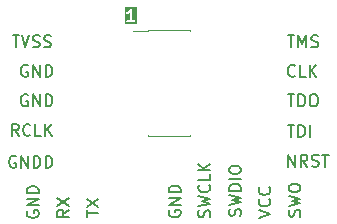
<source format=gbr>
%TF.GenerationSoftware,KiCad,Pcbnew,7.0.8-7.0.8~ubuntu22.04.1*%
%TF.CreationDate,2023-10-21T13:42:11+02:00*%
%TF.ProjectId,st_adap,73745f61-6461-4702-9e6b-696361645f70,rev?*%
%TF.SameCoordinates,Original*%
%TF.FileFunction,Legend,Top*%
%TF.FilePolarity,Positive*%
%FSLAX46Y46*%
G04 Gerber Fmt 4.6, Leading zero omitted, Abs format (unit mm)*
G04 Created by KiCad (PCBNEW 7.0.8-7.0.8~ubuntu22.04.1) date 2023-10-21 13:42:11*
%MOMM*%
%LPD*%
G01*
G04 APERTURE LIST*
%ADD10C,0.153000*%
%ADD11C,0.200000*%
%ADD12C,0.120000*%
G04 APERTURE END LIST*
D10*
X207967282Y-112387438D02*
X207919663Y-112482676D01*
X207919663Y-112482676D02*
X207919663Y-112625533D01*
X207919663Y-112625533D02*
X207967282Y-112768390D01*
X207967282Y-112768390D02*
X208062520Y-112863628D01*
X208062520Y-112863628D02*
X208157758Y-112911247D01*
X208157758Y-112911247D02*
X208348234Y-112958866D01*
X208348234Y-112958866D02*
X208491091Y-112958866D01*
X208491091Y-112958866D02*
X208681567Y-112911247D01*
X208681567Y-112911247D02*
X208776805Y-112863628D01*
X208776805Y-112863628D02*
X208872044Y-112768390D01*
X208872044Y-112768390D02*
X208919663Y-112625533D01*
X208919663Y-112625533D02*
X208919663Y-112530295D01*
X208919663Y-112530295D02*
X208872044Y-112387438D01*
X208872044Y-112387438D02*
X208824424Y-112339819D01*
X208824424Y-112339819D02*
X208491091Y-112339819D01*
X208491091Y-112339819D02*
X208491091Y-112530295D01*
X208919663Y-111911247D02*
X207919663Y-111911247D01*
X207919663Y-111911247D02*
X208919663Y-111339819D01*
X208919663Y-111339819D02*
X207919663Y-111339819D01*
X208919663Y-110863628D02*
X207919663Y-110863628D01*
X207919663Y-110863628D02*
X207919663Y-110625533D01*
X207919663Y-110625533D02*
X207967282Y-110482676D01*
X207967282Y-110482676D02*
X208062520Y-110387438D01*
X208062520Y-110387438D02*
X208157758Y-110339819D01*
X208157758Y-110339819D02*
X208348234Y-110292200D01*
X208348234Y-110292200D02*
X208491091Y-110292200D01*
X208491091Y-110292200D02*
X208681567Y-110339819D01*
X208681567Y-110339819D02*
X208776805Y-110387438D01*
X208776805Y-110387438D02*
X208872044Y-110482676D01*
X208872044Y-110482676D02*
X208919663Y-110625533D01*
X208919663Y-110625533D02*
X208919663Y-110863628D01*
X195962561Y-100117282D02*
X195867323Y-100069663D01*
X195867323Y-100069663D02*
X195724466Y-100069663D01*
X195724466Y-100069663D02*
X195581609Y-100117282D01*
X195581609Y-100117282D02*
X195486371Y-100212520D01*
X195486371Y-100212520D02*
X195438752Y-100307758D01*
X195438752Y-100307758D02*
X195391133Y-100498234D01*
X195391133Y-100498234D02*
X195391133Y-100641091D01*
X195391133Y-100641091D02*
X195438752Y-100831567D01*
X195438752Y-100831567D02*
X195486371Y-100926805D01*
X195486371Y-100926805D02*
X195581609Y-101022044D01*
X195581609Y-101022044D02*
X195724466Y-101069663D01*
X195724466Y-101069663D02*
X195819704Y-101069663D01*
X195819704Y-101069663D02*
X195962561Y-101022044D01*
X195962561Y-101022044D02*
X196010180Y-100974424D01*
X196010180Y-100974424D02*
X196010180Y-100641091D01*
X196010180Y-100641091D02*
X195819704Y-100641091D01*
X196438752Y-101069663D02*
X196438752Y-100069663D01*
X196438752Y-100069663D02*
X197010180Y-101069663D01*
X197010180Y-101069663D02*
X197010180Y-100069663D01*
X197486371Y-101069663D02*
X197486371Y-100069663D01*
X197486371Y-100069663D02*
X197724466Y-100069663D01*
X197724466Y-100069663D02*
X197867323Y-100117282D01*
X197867323Y-100117282D02*
X197962561Y-100212520D01*
X197962561Y-100212520D02*
X198010180Y-100307758D01*
X198010180Y-100307758D02*
X198057799Y-100498234D01*
X198057799Y-100498234D02*
X198057799Y-100641091D01*
X198057799Y-100641091D02*
X198010180Y-100831567D01*
X198010180Y-100831567D02*
X197962561Y-100926805D01*
X197962561Y-100926805D02*
X197867323Y-101022044D01*
X197867323Y-101022044D02*
X197724466Y-101069663D01*
X197724466Y-101069663D02*
X197486371Y-101069663D01*
X218610180Y-100974424D02*
X218562561Y-101022044D01*
X218562561Y-101022044D02*
X218419704Y-101069663D01*
X218419704Y-101069663D02*
X218324466Y-101069663D01*
X218324466Y-101069663D02*
X218181609Y-101022044D01*
X218181609Y-101022044D02*
X218086371Y-100926805D01*
X218086371Y-100926805D02*
X218038752Y-100831567D01*
X218038752Y-100831567D02*
X217991133Y-100641091D01*
X217991133Y-100641091D02*
X217991133Y-100498234D01*
X217991133Y-100498234D02*
X218038752Y-100307758D01*
X218038752Y-100307758D02*
X218086371Y-100212520D01*
X218086371Y-100212520D02*
X218181609Y-100117282D01*
X218181609Y-100117282D02*
X218324466Y-100069663D01*
X218324466Y-100069663D02*
X218419704Y-100069663D01*
X218419704Y-100069663D02*
X218562561Y-100117282D01*
X218562561Y-100117282D02*
X218610180Y-100164901D01*
X219514942Y-101069663D02*
X219038752Y-101069663D01*
X219038752Y-101069663D02*
X219038752Y-100069663D01*
X219848276Y-101069663D02*
X219848276Y-100069663D01*
X220419704Y-101069663D02*
X219991133Y-100498234D01*
X220419704Y-100069663D02*
X219848276Y-100641091D01*
X217995895Y-97569663D02*
X218567323Y-97569663D01*
X218281609Y-98569663D02*
X218281609Y-97569663D01*
X218900657Y-98569663D02*
X218900657Y-97569663D01*
X218900657Y-97569663D02*
X219233990Y-98283948D01*
X219233990Y-98283948D02*
X219567323Y-97569663D01*
X219567323Y-97569663D02*
X219567323Y-98569663D01*
X219995895Y-98522044D02*
X220138752Y-98569663D01*
X220138752Y-98569663D02*
X220376847Y-98569663D01*
X220376847Y-98569663D02*
X220472085Y-98522044D01*
X220472085Y-98522044D02*
X220519704Y-98474424D01*
X220519704Y-98474424D02*
X220567323Y-98379186D01*
X220567323Y-98379186D02*
X220567323Y-98283948D01*
X220567323Y-98283948D02*
X220519704Y-98188710D01*
X220519704Y-98188710D02*
X220472085Y-98141091D01*
X220472085Y-98141091D02*
X220376847Y-98093472D01*
X220376847Y-98093472D02*
X220186371Y-98045853D01*
X220186371Y-98045853D02*
X220091133Y-97998234D01*
X220091133Y-97998234D02*
X220043514Y-97950615D01*
X220043514Y-97950615D02*
X219995895Y-97855377D01*
X219995895Y-97855377D02*
X219995895Y-97760139D01*
X219995895Y-97760139D02*
X220043514Y-97664901D01*
X220043514Y-97664901D02*
X220091133Y-97617282D01*
X220091133Y-97617282D02*
X220186371Y-97569663D01*
X220186371Y-97569663D02*
X220424466Y-97569663D01*
X220424466Y-97569663D02*
X220567323Y-97617282D01*
X194962561Y-107817282D02*
X194867323Y-107769663D01*
X194867323Y-107769663D02*
X194724466Y-107769663D01*
X194724466Y-107769663D02*
X194581609Y-107817282D01*
X194581609Y-107817282D02*
X194486371Y-107912520D01*
X194486371Y-107912520D02*
X194438752Y-108007758D01*
X194438752Y-108007758D02*
X194391133Y-108198234D01*
X194391133Y-108198234D02*
X194391133Y-108341091D01*
X194391133Y-108341091D02*
X194438752Y-108531567D01*
X194438752Y-108531567D02*
X194486371Y-108626805D01*
X194486371Y-108626805D02*
X194581609Y-108722044D01*
X194581609Y-108722044D02*
X194724466Y-108769663D01*
X194724466Y-108769663D02*
X194819704Y-108769663D01*
X194819704Y-108769663D02*
X194962561Y-108722044D01*
X194962561Y-108722044D02*
X195010180Y-108674424D01*
X195010180Y-108674424D02*
X195010180Y-108341091D01*
X195010180Y-108341091D02*
X194819704Y-108341091D01*
X195438752Y-108769663D02*
X195438752Y-107769663D01*
X195438752Y-107769663D02*
X196010180Y-108769663D01*
X196010180Y-108769663D02*
X196010180Y-107769663D01*
X196486371Y-108769663D02*
X196486371Y-107769663D01*
X196486371Y-107769663D02*
X196724466Y-107769663D01*
X196724466Y-107769663D02*
X196867323Y-107817282D01*
X196867323Y-107817282D02*
X196962561Y-107912520D01*
X196962561Y-107912520D02*
X197010180Y-108007758D01*
X197010180Y-108007758D02*
X197057799Y-108198234D01*
X197057799Y-108198234D02*
X197057799Y-108341091D01*
X197057799Y-108341091D02*
X197010180Y-108531567D01*
X197010180Y-108531567D02*
X196962561Y-108626805D01*
X196962561Y-108626805D02*
X196867323Y-108722044D01*
X196867323Y-108722044D02*
X196724466Y-108769663D01*
X196724466Y-108769663D02*
X196486371Y-108769663D01*
X197486371Y-108769663D02*
X197486371Y-107769663D01*
X197486371Y-107769663D02*
X197724466Y-107769663D01*
X197724466Y-107769663D02*
X197867323Y-107817282D01*
X197867323Y-107817282D02*
X197962561Y-107912520D01*
X197962561Y-107912520D02*
X198010180Y-108007758D01*
X198010180Y-108007758D02*
X198057799Y-108198234D01*
X198057799Y-108198234D02*
X198057799Y-108341091D01*
X198057799Y-108341091D02*
X198010180Y-108531567D01*
X198010180Y-108531567D02*
X197962561Y-108626805D01*
X197962561Y-108626805D02*
X197867323Y-108722044D01*
X197867323Y-108722044D02*
X197724466Y-108769663D01*
X197724466Y-108769663D02*
X197486371Y-108769663D01*
D11*
G36*
X205231445Y-96610076D02*
G01*
X204180312Y-96610076D01*
X204180312Y-95667826D01*
X204323169Y-95667826D01*
X204350808Y-95723105D01*
X204405661Y-95751581D01*
X204466775Y-95742376D01*
X204562013Y-95694757D01*
X204573560Y-95683383D01*
X204588003Y-95676025D01*
X204607768Y-95656260D01*
X204607768Y-96267219D01*
X204422054Y-96267219D01*
X204363275Y-96286317D01*
X204326948Y-96336317D01*
X204326948Y-96398121D01*
X204363275Y-96448121D01*
X204422054Y-96467219D01*
X204993482Y-96467219D01*
X205052261Y-96448121D01*
X205088588Y-96398121D01*
X205088588Y-96336317D01*
X205052261Y-96286317D01*
X204993482Y-96267219D01*
X204807768Y-96267219D01*
X204807768Y-95367219D01*
X204807117Y-95365216D01*
X204807687Y-95363188D01*
X204797625Y-95336003D01*
X204788670Y-95308440D01*
X204786965Y-95307201D01*
X204786235Y-95305227D01*
X204762116Y-95289148D01*
X204738670Y-95272113D01*
X204736564Y-95272113D01*
X204734811Y-95270944D01*
X204705831Y-95272113D01*
X204676866Y-95272113D01*
X204675163Y-95273350D01*
X204673058Y-95273435D01*
X204650314Y-95291403D01*
X204626866Y-95308440D01*
X204626214Y-95310443D01*
X204624563Y-95311749D01*
X204534819Y-95446365D01*
X204458055Y-95523128D01*
X204377333Y-95563490D01*
X204333300Y-95606859D01*
X204323169Y-95667826D01*
X204180312Y-95667826D01*
X204180312Y-95128087D01*
X205231445Y-95128087D01*
X205231445Y-96610076D01*
G37*
D10*
X218038752Y-108669663D02*
X218038752Y-107669663D01*
X218038752Y-107669663D02*
X218610180Y-108669663D01*
X218610180Y-108669663D02*
X218610180Y-107669663D01*
X219657799Y-108669663D02*
X219324466Y-108193472D01*
X219086371Y-108669663D02*
X219086371Y-107669663D01*
X219086371Y-107669663D02*
X219467323Y-107669663D01*
X219467323Y-107669663D02*
X219562561Y-107717282D01*
X219562561Y-107717282D02*
X219610180Y-107764901D01*
X219610180Y-107764901D02*
X219657799Y-107860139D01*
X219657799Y-107860139D02*
X219657799Y-108002996D01*
X219657799Y-108002996D02*
X219610180Y-108098234D01*
X219610180Y-108098234D02*
X219562561Y-108145853D01*
X219562561Y-108145853D02*
X219467323Y-108193472D01*
X219467323Y-108193472D02*
X219086371Y-108193472D01*
X220038752Y-108622044D02*
X220181609Y-108669663D01*
X220181609Y-108669663D02*
X220419704Y-108669663D01*
X220419704Y-108669663D02*
X220514942Y-108622044D01*
X220514942Y-108622044D02*
X220562561Y-108574424D01*
X220562561Y-108574424D02*
X220610180Y-108479186D01*
X220610180Y-108479186D02*
X220610180Y-108383948D01*
X220610180Y-108383948D02*
X220562561Y-108288710D01*
X220562561Y-108288710D02*
X220514942Y-108241091D01*
X220514942Y-108241091D02*
X220419704Y-108193472D01*
X220419704Y-108193472D02*
X220229228Y-108145853D01*
X220229228Y-108145853D02*
X220133990Y-108098234D01*
X220133990Y-108098234D02*
X220086371Y-108050615D01*
X220086371Y-108050615D02*
X220038752Y-107955377D01*
X220038752Y-107955377D02*
X220038752Y-107860139D01*
X220038752Y-107860139D02*
X220086371Y-107764901D01*
X220086371Y-107764901D02*
X220133990Y-107717282D01*
X220133990Y-107717282D02*
X220229228Y-107669663D01*
X220229228Y-107669663D02*
X220467323Y-107669663D01*
X220467323Y-107669663D02*
X220610180Y-107717282D01*
X220895895Y-107669663D02*
X221467323Y-107669663D01*
X221181609Y-108669663D02*
X221181609Y-107669663D01*
X195962561Y-102617282D02*
X195867323Y-102569663D01*
X195867323Y-102569663D02*
X195724466Y-102569663D01*
X195724466Y-102569663D02*
X195581609Y-102617282D01*
X195581609Y-102617282D02*
X195486371Y-102712520D01*
X195486371Y-102712520D02*
X195438752Y-102807758D01*
X195438752Y-102807758D02*
X195391133Y-102998234D01*
X195391133Y-102998234D02*
X195391133Y-103141091D01*
X195391133Y-103141091D02*
X195438752Y-103331567D01*
X195438752Y-103331567D02*
X195486371Y-103426805D01*
X195486371Y-103426805D02*
X195581609Y-103522044D01*
X195581609Y-103522044D02*
X195724466Y-103569663D01*
X195724466Y-103569663D02*
X195819704Y-103569663D01*
X195819704Y-103569663D02*
X195962561Y-103522044D01*
X195962561Y-103522044D02*
X196010180Y-103474424D01*
X196010180Y-103474424D02*
X196010180Y-103141091D01*
X196010180Y-103141091D02*
X195819704Y-103141091D01*
X196438752Y-103569663D02*
X196438752Y-102569663D01*
X196438752Y-102569663D02*
X197010180Y-103569663D01*
X197010180Y-103569663D02*
X197010180Y-102569663D01*
X197486371Y-103569663D02*
X197486371Y-102569663D01*
X197486371Y-102569663D02*
X197724466Y-102569663D01*
X197724466Y-102569663D02*
X197867323Y-102617282D01*
X197867323Y-102617282D02*
X197962561Y-102712520D01*
X197962561Y-102712520D02*
X198010180Y-102807758D01*
X198010180Y-102807758D02*
X198057799Y-102998234D01*
X198057799Y-102998234D02*
X198057799Y-103141091D01*
X198057799Y-103141091D02*
X198010180Y-103331567D01*
X198010180Y-103331567D02*
X197962561Y-103426805D01*
X197962561Y-103426805D02*
X197867323Y-103522044D01*
X197867323Y-103522044D02*
X197724466Y-103569663D01*
X197724466Y-103569663D02*
X197486371Y-103569663D01*
X195957282Y-112437438D02*
X195909663Y-112532676D01*
X195909663Y-112532676D02*
X195909663Y-112675533D01*
X195909663Y-112675533D02*
X195957282Y-112818390D01*
X195957282Y-112818390D02*
X196052520Y-112913628D01*
X196052520Y-112913628D02*
X196147758Y-112961247D01*
X196147758Y-112961247D02*
X196338234Y-113008866D01*
X196338234Y-113008866D02*
X196481091Y-113008866D01*
X196481091Y-113008866D02*
X196671567Y-112961247D01*
X196671567Y-112961247D02*
X196766805Y-112913628D01*
X196766805Y-112913628D02*
X196862044Y-112818390D01*
X196862044Y-112818390D02*
X196909663Y-112675533D01*
X196909663Y-112675533D02*
X196909663Y-112580295D01*
X196909663Y-112580295D02*
X196862044Y-112437438D01*
X196862044Y-112437438D02*
X196814424Y-112389819D01*
X196814424Y-112389819D02*
X196481091Y-112389819D01*
X196481091Y-112389819D02*
X196481091Y-112580295D01*
X196909663Y-111961247D02*
X195909663Y-111961247D01*
X195909663Y-111961247D02*
X196909663Y-111389819D01*
X196909663Y-111389819D02*
X195909663Y-111389819D01*
X196909663Y-110913628D02*
X195909663Y-110913628D01*
X195909663Y-110913628D02*
X195909663Y-110675533D01*
X195909663Y-110675533D02*
X195957282Y-110532676D01*
X195957282Y-110532676D02*
X196052520Y-110437438D01*
X196052520Y-110437438D02*
X196147758Y-110389819D01*
X196147758Y-110389819D02*
X196338234Y-110342200D01*
X196338234Y-110342200D02*
X196481091Y-110342200D01*
X196481091Y-110342200D02*
X196671567Y-110389819D01*
X196671567Y-110389819D02*
X196766805Y-110437438D01*
X196766805Y-110437438D02*
X196862044Y-110532676D01*
X196862044Y-110532676D02*
X196909663Y-110675533D01*
X196909663Y-110675533D02*
X196909663Y-110913628D01*
X215519663Y-113004104D02*
X216519663Y-112670771D01*
X216519663Y-112670771D02*
X215519663Y-112337438D01*
X216424424Y-111432676D02*
X216472044Y-111480295D01*
X216472044Y-111480295D02*
X216519663Y-111623152D01*
X216519663Y-111623152D02*
X216519663Y-111718390D01*
X216519663Y-111718390D02*
X216472044Y-111861247D01*
X216472044Y-111861247D02*
X216376805Y-111956485D01*
X216376805Y-111956485D02*
X216281567Y-112004104D01*
X216281567Y-112004104D02*
X216091091Y-112051723D01*
X216091091Y-112051723D02*
X215948234Y-112051723D01*
X215948234Y-112051723D02*
X215757758Y-112004104D01*
X215757758Y-112004104D02*
X215662520Y-111956485D01*
X215662520Y-111956485D02*
X215567282Y-111861247D01*
X215567282Y-111861247D02*
X215519663Y-111718390D01*
X215519663Y-111718390D02*
X215519663Y-111623152D01*
X215519663Y-111623152D02*
X215567282Y-111480295D01*
X215567282Y-111480295D02*
X215614901Y-111432676D01*
X216424424Y-110432676D02*
X216472044Y-110480295D01*
X216472044Y-110480295D02*
X216519663Y-110623152D01*
X216519663Y-110623152D02*
X216519663Y-110718390D01*
X216519663Y-110718390D02*
X216472044Y-110861247D01*
X216472044Y-110861247D02*
X216376805Y-110956485D01*
X216376805Y-110956485D02*
X216281567Y-111004104D01*
X216281567Y-111004104D02*
X216091091Y-111051723D01*
X216091091Y-111051723D02*
X215948234Y-111051723D01*
X215948234Y-111051723D02*
X215757758Y-111004104D01*
X215757758Y-111004104D02*
X215662520Y-110956485D01*
X215662520Y-110956485D02*
X215567282Y-110861247D01*
X215567282Y-110861247D02*
X215519663Y-110718390D01*
X215519663Y-110718390D02*
X215519663Y-110623152D01*
X215519663Y-110623152D02*
X215567282Y-110480295D01*
X215567282Y-110480295D02*
X215614901Y-110432676D01*
X213972044Y-112858866D02*
X214019663Y-112716009D01*
X214019663Y-112716009D02*
X214019663Y-112477914D01*
X214019663Y-112477914D02*
X213972044Y-112382676D01*
X213972044Y-112382676D02*
X213924424Y-112335057D01*
X213924424Y-112335057D02*
X213829186Y-112287438D01*
X213829186Y-112287438D02*
X213733948Y-112287438D01*
X213733948Y-112287438D02*
X213638710Y-112335057D01*
X213638710Y-112335057D02*
X213591091Y-112382676D01*
X213591091Y-112382676D02*
X213543472Y-112477914D01*
X213543472Y-112477914D02*
X213495853Y-112668390D01*
X213495853Y-112668390D02*
X213448234Y-112763628D01*
X213448234Y-112763628D02*
X213400615Y-112811247D01*
X213400615Y-112811247D02*
X213305377Y-112858866D01*
X213305377Y-112858866D02*
X213210139Y-112858866D01*
X213210139Y-112858866D02*
X213114901Y-112811247D01*
X213114901Y-112811247D02*
X213067282Y-112763628D01*
X213067282Y-112763628D02*
X213019663Y-112668390D01*
X213019663Y-112668390D02*
X213019663Y-112430295D01*
X213019663Y-112430295D02*
X213067282Y-112287438D01*
X213019663Y-111954104D02*
X214019663Y-111716009D01*
X214019663Y-111716009D02*
X213305377Y-111525533D01*
X213305377Y-111525533D02*
X214019663Y-111335057D01*
X214019663Y-111335057D02*
X213019663Y-111096962D01*
X214019663Y-110716009D02*
X213019663Y-110716009D01*
X213019663Y-110716009D02*
X213019663Y-110477914D01*
X213019663Y-110477914D02*
X213067282Y-110335057D01*
X213067282Y-110335057D02*
X213162520Y-110239819D01*
X213162520Y-110239819D02*
X213257758Y-110192200D01*
X213257758Y-110192200D02*
X213448234Y-110144581D01*
X213448234Y-110144581D02*
X213591091Y-110144581D01*
X213591091Y-110144581D02*
X213781567Y-110192200D01*
X213781567Y-110192200D02*
X213876805Y-110239819D01*
X213876805Y-110239819D02*
X213972044Y-110335057D01*
X213972044Y-110335057D02*
X214019663Y-110477914D01*
X214019663Y-110477914D02*
X214019663Y-110716009D01*
X214019663Y-109716009D02*
X213019663Y-109716009D01*
X213019663Y-109049343D02*
X213019663Y-108858867D01*
X213019663Y-108858867D02*
X213067282Y-108763629D01*
X213067282Y-108763629D02*
X213162520Y-108668391D01*
X213162520Y-108668391D02*
X213352996Y-108620772D01*
X213352996Y-108620772D02*
X213686329Y-108620772D01*
X213686329Y-108620772D02*
X213876805Y-108668391D01*
X213876805Y-108668391D02*
X213972044Y-108763629D01*
X213972044Y-108763629D02*
X214019663Y-108858867D01*
X214019663Y-108858867D02*
X214019663Y-109049343D01*
X214019663Y-109049343D02*
X213972044Y-109144581D01*
X213972044Y-109144581D02*
X213876805Y-109239819D01*
X213876805Y-109239819D02*
X213686329Y-109287438D01*
X213686329Y-109287438D02*
X213352996Y-109287438D01*
X213352996Y-109287438D02*
X213162520Y-109239819D01*
X213162520Y-109239819D02*
X213067282Y-109144581D01*
X213067282Y-109144581D02*
X213019663Y-109049343D01*
X199459663Y-112339819D02*
X198983472Y-112673152D01*
X199459663Y-112911247D02*
X198459663Y-112911247D01*
X198459663Y-112911247D02*
X198459663Y-112530295D01*
X198459663Y-112530295D02*
X198507282Y-112435057D01*
X198507282Y-112435057D02*
X198554901Y-112387438D01*
X198554901Y-112387438D02*
X198650139Y-112339819D01*
X198650139Y-112339819D02*
X198792996Y-112339819D01*
X198792996Y-112339819D02*
X198888234Y-112387438D01*
X198888234Y-112387438D02*
X198935853Y-112435057D01*
X198935853Y-112435057D02*
X198983472Y-112530295D01*
X198983472Y-112530295D02*
X198983472Y-112911247D01*
X198459663Y-112006485D02*
X199459663Y-111339819D01*
X198459663Y-111339819D02*
X199459663Y-112006485D01*
X195210180Y-106069663D02*
X194876847Y-105593472D01*
X194638752Y-106069663D02*
X194638752Y-105069663D01*
X194638752Y-105069663D02*
X195019704Y-105069663D01*
X195019704Y-105069663D02*
X195114942Y-105117282D01*
X195114942Y-105117282D02*
X195162561Y-105164901D01*
X195162561Y-105164901D02*
X195210180Y-105260139D01*
X195210180Y-105260139D02*
X195210180Y-105402996D01*
X195210180Y-105402996D02*
X195162561Y-105498234D01*
X195162561Y-105498234D02*
X195114942Y-105545853D01*
X195114942Y-105545853D02*
X195019704Y-105593472D01*
X195019704Y-105593472D02*
X194638752Y-105593472D01*
X196210180Y-105974424D02*
X196162561Y-106022044D01*
X196162561Y-106022044D02*
X196019704Y-106069663D01*
X196019704Y-106069663D02*
X195924466Y-106069663D01*
X195924466Y-106069663D02*
X195781609Y-106022044D01*
X195781609Y-106022044D02*
X195686371Y-105926805D01*
X195686371Y-105926805D02*
X195638752Y-105831567D01*
X195638752Y-105831567D02*
X195591133Y-105641091D01*
X195591133Y-105641091D02*
X195591133Y-105498234D01*
X195591133Y-105498234D02*
X195638752Y-105307758D01*
X195638752Y-105307758D02*
X195686371Y-105212520D01*
X195686371Y-105212520D02*
X195781609Y-105117282D01*
X195781609Y-105117282D02*
X195924466Y-105069663D01*
X195924466Y-105069663D02*
X196019704Y-105069663D01*
X196019704Y-105069663D02*
X196162561Y-105117282D01*
X196162561Y-105117282D02*
X196210180Y-105164901D01*
X197114942Y-106069663D02*
X196638752Y-106069663D01*
X196638752Y-106069663D02*
X196638752Y-105069663D01*
X197448276Y-106069663D02*
X197448276Y-105069663D01*
X198019704Y-106069663D02*
X197591133Y-105498234D01*
X198019704Y-105069663D02*
X197448276Y-105641091D01*
X194695895Y-97569663D02*
X195267323Y-97569663D01*
X194981609Y-98569663D02*
X194981609Y-97569663D01*
X195457800Y-97569663D02*
X195791133Y-98569663D01*
X195791133Y-98569663D02*
X196124466Y-97569663D01*
X196410181Y-98522044D02*
X196553038Y-98569663D01*
X196553038Y-98569663D02*
X196791133Y-98569663D01*
X196791133Y-98569663D02*
X196886371Y-98522044D01*
X196886371Y-98522044D02*
X196933990Y-98474424D01*
X196933990Y-98474424D02*
X196981609Y-98379186D01*
X196981609Y-98379186D02*
X196981609Y-98283948D01*
X196981609Y-98283948D02*
X196933990Y-98188710D01*
X196933990Y-98188710D02*
X196886371Y-98141091D01*
X196886371Y-98141091D02*
X196791133Y-98093472D01*
X196791133Y-98093472D02*
X196600657Y-98045853D01*
X196600657Y-98045853D02*
X196505419Y-97998234D01*
X196505419Y-97998234D02*
X196457800Y-97950615D01*
X196457800Y-97950615D02*
X196410181Y-97855377D01*
X196410181Y-97855377D02*
X196410181Y-97760139D01*
X196410181Y-97760139D02*
X196457800Y-97664901D01*
X196457800Y-97664901D02*
X196505419Y-97617282D01*
X196505419Y-97617282D02*
X196600657Y-97569663D01*
X196600657Y-97569663D02*
X196838752Y-97569663D01*
X196838752Y-97569663D02*
X196981609Y-97617282D01*
X197362562Y-98522044D02*
X197505419Y-98569663D01*
X197505419Y-98569663D02*
X197743514Y-98569663D01*
X197743514Y-98569663D02*
X197838752Y-98522044D01*
X197838752Y-98522044D02*
X197886371Y-98474424D01*
X197886371Y-98474424D02*
X197933990Y-98379186D01*
X197933990Y-98379186D02*
X197933990Y-98283948D01*
X197933990Y-98283948D02*
X197886371Y-98188710D01*
X197886371Y-98188710D02*
X197838752Y-98141091D01*
X197838752Y-98141091D02*
X197743514Y-98093472D01*
X197743514Y-98093472D02*
X197553038Y-98045853D01*
X197553038Y-98045853D02*
X197457800Y-97998234D01*
X197457800Y-97998234D02*
X197410181Y-97950615D01*
X197410181Y-97950615D02*
X197362562Y-97855377D01*
X197362562Y-97855377D02*
X197362562Y-97760139D01*
X197362562Y-97760139D02*
X197410181Y-97664901D01*
X197410181Y-97664901D02*
X197457800Y-97617282D01*
X197457800Y-97617282D02*
X197553038Y-97569663D01*
X197553038Y-97569663D02*
X197791133Y-97569663D01*
X197791133Y-97569663D02*
X197933990Y-97617282D01*
X211372044Y-112958866D02*
X211419663Y-112816009D01*
X211419663Y-112816009D02*
X211419663Y-112577914D01*
X211419663Y-112577914D02*
X211372044Y-112482676D01*
X211372044Y-112482676D02*
X211324424Y-112435057D01*
X211324424Y-112435057D02*
X211229186Y-112387438D01*
X211229186Y-112387438D02*
X211133948Y-112387438D01*
X211133948Y-112387438D02*
X211038710Y-112435057D01*
X211038710Y-112435057D02*
X210991091Y-112482676D01*
X210991091Y-112482676D02*
X210943472Y-112577914D01*
X210943472Y-112577914D02*
X210895853Y-112768390D01*
X210895853Y-112768390D02*
X210848234Y-112863628D01*
X210848234Y-112863628D02*
X210800615Y-112911247D01*
X210800615Y-112911247D02*
X210705377Y-112958866D01*
X210705377Y-112958866D02*
X210610139Y-112958866D01*
X210610139Y-112958866D02*
X210514901Y-112911247D01*
X210514901Y-112911247D02*
X210467282Y-112863628D01*
X210467282Y-112863628D02*
X210419663Y-112768390D01*
X210419663Y-112768390D02*
X210419663Y-112530295D01*
X210419663Y-112530295D02*
X210467282Y-112387438D01*
X210419663Y-112054104D02*
X211419663Y-111816009D01*
X211419663Y-111816009D02*
X210705377Y-111625533D01*
X210705377Y-111625533D02*
X211419663Y-111435057D01*
X211419663Y-111435057D02*
X210419663Y-111196962D01*
X211324424Y-110244581D02*
X211372044Y-110292200D01*
X211372044Y-110292200D02*
X211419663Y-110435057D01*
X211419663Y-110435057D02*
X211419663Y-110530295D01*
X211419663Y-110530295D02*
X211372044Y-110673152D01*
X211372044Y-110673152D02*
X211276805Y-110768390D01*
X211276805Y-110768390D02*
X211181567Y-110816009D01*
X211181567Y-110816009D02*
X210991091Y-110863628D01*
X210991091Y-110863628D02*
X210848234Y-110863628D01*
X210848234Y-110863628D02*
X210657758Y-110816009D01*
X210657758Y-110816009D02*
X210562520Y-110768390D01*
X210562520Y-110768390D02*
X210467282Y-110673152D01*
X210467282Y-110673152D02*
X210419663Y-110530295D01*
X210419663Y-110530295D02*
X210419663Y-110435057D01*
X210419663Y-110435057D02*
X210467282Y-110292200D01*
X210467282Y-110292200D02*
X210514901Y-110244581D01*
X211419663Y-109339819D02*
X211419663Y-109816009D01*
X211419663Y-109816009D02*
X210419663Y-109816009D01*
X211419663Y-109006485D02*
X210419663Y-109006485D01*
X211419663Y-108435057D02*
X210848234Y-108863628D01*
X210419663Y-108435057D02*
X210991091Y-109006485D01*
X200959663Y-112904104D02*
X200959663Y-112332676D01*
X201959663Y-112618390D02*
X200959663Y-112618390D01*
X200959663Y-112094580D02*
X201959663Y-111427914D01*
X200959663Y-111427914D02*
X201959663Y-112094580D01*
X217995895Y-102569663D02*
X218567323Y-102569663D01*
X218281609Y-103569663D02*
X218281609Y-102569663D01*
X218900657Y-103569663D02*
X218900657Y-102569663D01*
X218900657Y-102569663D02*
X219138752Y-102569663D01*
X219138752Y-102569663D02*
X219281609Y-102617282D01*
X219281609Y-102617282D02*
X219376847Y-102712520D01*
X219376847Y-102712520D02*
X219424466Y-102807758D01*
X219424466Y-102807758D02*
X219472085Y-102998234D01*
X219472085Y-102998234D02*
X219472085Y-103141091D01*
X219472085Y-103141091D02*
X219424466Y-103331567D01*
X219424466Y-103331567D02*
X219376847Y-103426805D01*
X219376847Y-103426805D02*
X219281609Y-103522044D01*
X219281609Y-103522044D02*
X219138752Y-103569663D01*
X219138752Y-103569663D02*
X218900657Y-103569663D01*
X220091133Y-102569663D02*
X220281609Y-102569663D01*
X220281609Y-102569663D02*
X220376847Y-102617282D01*
X220376847Y-102617282D02*
X220472085Y-102712520D01*
X220472085Y-102712520D02*
X220519704Y-102902996D01*
X220519704Y-102902996D02*
X220519704Y-103236329D01*
X220519704Y-103236329D02*
X220472085Y-103426805D01*
X220472085Y-103426805D02*
X220376847Y-103522044D01*
X220376847Y-103522044D02*
X220281609Y-103569663D01*
X220281609Y-103569663D02*
X220091133Y-103569663D01*
X220091133Y-103569663D02*
X219995895Y-103522044D01*
X219995895Y-103522044D02*
X219900657Y-103426805D01*
X219900657Y-103426805D02*
X219853038Y-103236329D01*
X219853038Y-103236329D02*
X219853038Y-102902996D01*
X219853038Y-102902996D02*
X219900657Y-102712520D01*
X219900657Y-102712520D02*
X219995895Y-102617282D01*
X219995895Y-102617282D02*
X220091133Y-102569663D01*
X217995895Y-105169663D02*
X218567323Y-105169663D01*
X218281609Y-106169663D02*
X218281609Y-105169663D01*
X218900657Y-106169663D02*
X218900657Y-105169663D01*
X218900657Y-105169663D02*
X219138752Y-105169663D01*
X219138752Y-105169663D02*
X219281609Y-105217282D01*
X219281609Y-105217282D02*
X219376847Y-105312520D01*
X219376847Y-105312520D02*
X219424466Y-105407758D01*
X219424466Y-105407758D02*
X219472085Y-105598234D01*
X219472085Y-105598234D02*
X219472085Y-105741091D01*
X219472085Y-105741091D02*
X219424466Y-105931567D01*
X219424466Y-105931567D02*
X219376847Y-106026805D01*
X219376847Y-106026805D02*
X219281609Y-106122044D01*
X219281609Y-106122044D02*
X219138752Y-106169663D01*
X219138752Y-106169663D02*
X218900657Y-106169663D01*
X219900657Y-106169663D02*
X219900657Y-105169663D01*
X219022044Y-112908866D02*
X219069663Y-112766009D01*
X219069663Y-112766009D02*
X219069663Y-112527914D01*
X219069663Y-112527914D02*
X219022044Y-112432676D01*
X219022044Y-112432676D02*
X218974424Y-112385057D01*
X218974424Y-112385057D02*
X218879186Y-112337438D01*
X218879186Y-112337438D02*
X218783948Y-112337438D01*
X218783948Y-112337438D02*
X218688710Y-112385057D01*
X218688710Y-112385057D02*
X218641091Y-112432676D01*
X218641091Y-112432676D02*
X218593472Y-112527914D01*
X218593472Y-112527914D02*
X218545853Y-112718390D01*
X218545853Y-112718390D02*
X218498234Y-112813628D01*
X218498234Y-112813628D02*
X218450615Y-112861247D01*
X218450615Y-112861247D02*
X218355377Y-112908866D01*
X218355377Y-112908866D02*
X218260139Y-112908866D01*
X218260139Y-112908866D02*
X218164901Y-112861247D01*
X218164901Y-112861247D02*
X218117282Y-112813628D01*
X218117282Y-112813628D02*
X218069663Y-112718390D01*
X218069663Y-112718390D02*
X218069663Y-112480295D01*
X218069663Y-112480295D02*
X218117282Y-112337438D01*
X218069663Y-112004104D02*
X219069663Y-111766009D01*
X219069663Y-111766009D02*
X218355377Y-111575533D01*
X218355377Y-111575533D02*
X219069663Y-111385057D01*
X219069663Y-111385057D02*
X218069663Y-111146962D01*
X218069663Y-110575533D02*
X218069663Y-110385057D01*
X218069663Y-110385057D02*
X218117282Y-110289819D01*
X218117282Y-110289819D02*
X218212520Y-110194581D01*
X218212520Y-110194581D02*
X218402996Y-110146962D01*
X218402996Y-110146962D02*
X218736329Y-110146962D01*
X218736329Y-110146962D02*
X218926805Y-110194581D01*
X218926805Y-110194581D02*
X219022044Y-110289819D01*
X219022044Y-110289819D02*
X219069663Y-110385057D01*
X219069663Y-110385057D02*
X219069663Y-110575533D01*
X219069663Y-110575533D02*
X219022044Y-110670771D01*
X219022044Y-110670771D02*
X218926805Y-110766009D01*
X218926805Y-110766009D02*
X218736329Y-110813628D01*
X218736329Y-110813628D02*
X218402996Y-110813628D01*
X218402996Y-110813628D02*
X218212520Y-110766009D01*
X218212520Y-110766009D02*
X218117282Y-110670771D01*
X218117282Y-110670771D02*
X218069663Y-110575533D01*
D12*
%TO.C,J1*%
X204860000Y-97160000D02*
X206185000Y-97160000D01*
X206185000Y-97095000D02*
X206185000Y-97160000D01*
X206185000Y-97095000D02*
X209715000Y-97095000D01*
X206185000Y-106040000D02*
X206185000Y-106105000D01*
X206185000Y-106105000D02*
X209715000Y-106105000D01*
X209715000Y-97095000D02*
X209715000Y-97160000D01*
X209715000Y-106040000D02*
X209715000Y-106105000D01*
%TD*%
M02*

</source>
